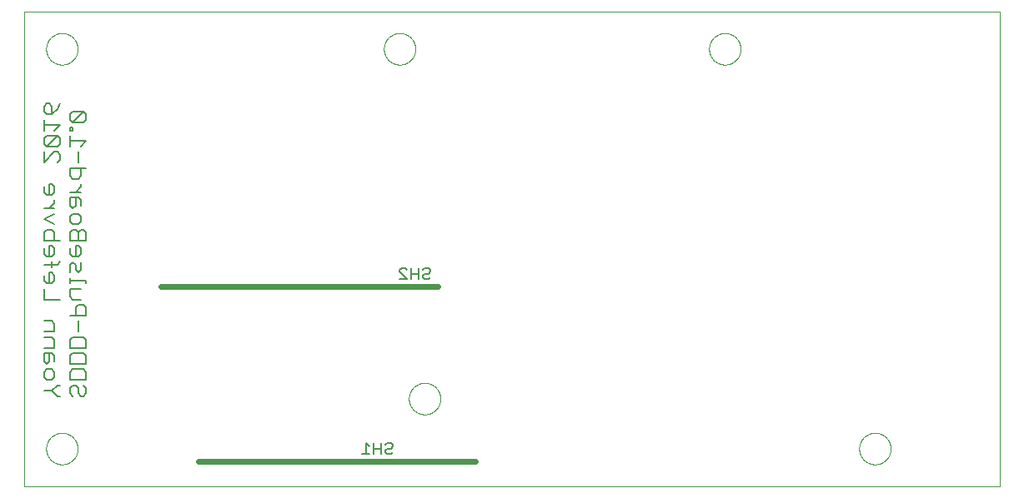
<source format=gbo>
G75*
%MOIN*%
%OFA0B0*%
%FSLAX25Y25*%
%IPPOS*%
%LPD*%
%AMOC8*
5,1,8,0,0,1.08239X$1,22.5*
%
%ADD10C,0.00000*%
%ADD11C,0.00600*%
%ADD12C,0.02400*%
%ADD13C,0.00500*%
D10*
X0003000Y0003000D02*
X0003000Y0193000D01*
X0393000Y0193000D01*
X0393000Y0003000D01*
X0003000Y0003000D01*
X0011701Y0018000D02*
X0011703Y0018158D01*
X0011709Y0018316D01*
X0011719Y0018474D01*
X0011733Y0018632D01*
X0011751Y0018789D01*
X0011772Y0018946D01*
X0011798Y0019102D01*
X0011828Y0019258D01*
X0011861Y0019413D01*
X0011899Y0019566D01*
X0011940Y0019719D01*
X0011985Y0019871D01*
X0012034Y0020022D01*
X0012087Y0020171D01*
X0012143Y0020319D01*
X0012203Y0020465D01*
X0012267Y0020610D01*
X0012335Y0020753D01*
X0012406Y0020895D01*
X0012480Y0021035D01*
X0012558Y0021172D01*
X0012640Y0021308D01*
X0012724Y0021442D01*
X0012813Y0021573D01*
X0012904Y0021702D01*
X0012999Y0021829D01*
X0013096Y0021954D01*
X0013197Y0022076D01*
X0013301Y0022195D01*
X0013408Y0022312D01*
X0013518Y0022426D01*
X0013631Y0022537D01*
X0013746Y0022646D01*
X0013864Y0022751D01*
X0013985Y0022853D01*
X0014108Y0022953D01*
X0014234Y0023049D01*
X0014362Y0023142D01*
X0014492Y0023232D01*
X0014625Y0023318D01*
X0014760Y0023402D01*
X0014896Y0023481D01*
X0015035Y0023558D01*
X0015176Y0023630D01*
X0015318Y0023700D01*
X0015462Y0023765D01*
X0015608Y0023827D01*
X0015755Y0023885D01*
X0015904Y0023940D01*
X0016054Y0023991D01*
X0016205Y0024038D01*
X0016357Y0024081D01*
X0016510Y0024120D01*
X0016665Y0024156D01*
X0016820Y0024187D01*
X0016976Y0024215D01*
X0017132Y0024239D01*
X0017289Y0024259D01*
X0017447Y0024275D01*
X0017604Y0024287D01*
X0017763Y0024295D01*
X0017921Y0024299D01*
X0018079Y0024299D01*
X0018237Y0024295D01*
X0018396Y0024287D01*
X0018553Y0024275D01*
X0018711Y0024259D01*
X0018868Y0024239D01*
X0019024Y0024215D01*
X0019180Y0024187D01*
X0019335Y0024156D01*
X0019490Y0024120D01*
X0019643Y0024081D01*
X0019795Y0024038D01*
X0019946Y0023991D01*
X0020096Y0023940D01*
X0020245Y0023885D01*
X0020392Y0023827D01*
X0020538Y0023765D01*
X0020682Y0023700D01*
X0020824Y0023630D01*
X0020965Y0023558D01*
X0021104Y0023481D01*
X0021240Y0023402D01*
X0021375Y0023318D01*
X0021508Y0023232D01*
X0021638Y0023142D01*
X0021766Y0023049D01*
X0021892Y0022953D01*
X0022015Y0022853D01*
X0022136Y0022751D01*
X0022254Y0022646D01*
X0022369Y0022537D01*
X0022482Y0022426D01*
X0022592Y0022312D01*
X0022699Y0022195D01*
X0022803Y0022076D01*
X0022904Y0021954D01*
X0023001Y0021829D01*
X0023096Y0021702D01*
X0023187Y0021573D01*
X0023276Y0021442D01*
X0023360Y0021308D01*
X0023442Y0021172D01*
X0023520Y0021035D01*
X0023594Y0020895D01*
X0023665Y0020753D01*
X0023733Y0020610D01*
X0023797Y0020465D01*
X0023857Y0020319D01*
X0023913Y0020171D01*
X0023966Y0020022D01*
X0024015Y0019871D01*
X0024060Y0019719D01*
X0024101Y0019566D01*
X0024139Y0019413D01*
X0024172Y0019258D01*
X0024202Y0019102D01*
X0024228Y0018946D01*
X0024249Y0018789D01*
X0024267Y0018632D01*
X0024281Y0018474D01*
X0024291Y0018316D01*
X0024297Y0018158D01*
X0024299Y0018000D01*
X0024297Y0017842D01*
X0024291Y0017684D01*
X0024281Y0017526D01*
X0024267Y0017368D01*
X0024249Y0017211D01*
X0024228Y0017054D01*
X0024202Y0016898D01*
X0024172Y0016742D01*
X0024139Y0016587D01*
X0024101Y0016434D01*
X0024060Y0016281D01*
X0024015Y0016129D01*
X0023966Y0015978D01*
X0023913Y0015829D01*
X0023857Y0015681D01*
X0023797Y0015535D01*
X0023733Y0015390D01*
X0023665Y0015247D01*
X0023594Y0015105D01*
X0023520Y0014965D01*
X0023442Y0014828D01*
X0023360Y0014692D01*
X0023276Y0014558D01*
X0023187Y0014427D01*
X0023096Y0014298D01*
X0023001Y0014171D01*
X0022904Y0014046D01*
X0022803Y0013924D01*
X0022699Y0013805D01*
X0022592Y0013688D01*
X0022482Y0013574D01*
X0022369Y0013463D01*
X0022254Y0013354D01*
X0022136Y0013249D01*
X0022015Y0013147D01*
X0021892Y0013047D01*
X0021766Y0012951D01*
X0021638Y0012858D01*
X0021508Y0012768D01*
X0021375Y0012682D01*
X0021240Y0012598D01*
X0021104Y0012519D01*
X0020965Y0012442D01*
X0020824Y0012370D01*
X0020682Y0012300D01*
X0020538Y0012235D01*
X0020392Y0012173D01*
X0020245Y0012115D01*
X0020096Y0012060D01*
X0019946Y0012009D01*
X0019795Y0011962D01*
X0019643Y0011919D01*
X0019490Y0011880D01*
X0019335Y0011844D01*
X0019180Y0011813D01*
X0019024Y0011785D01*
X0018868Y0011761D01*
X0018711Y0011741D01*
X0018553Y0011725D01*
X0018396Y0011713D01*
X0018237Y0011705D01*
X0018079Y0011701D01*
X0017921Y0011701D01*
X0017763Y0011705D01*
X0017604Y0011713D01*
X0017447Y0011725D01*
X0017289Y0011741D01*
X0017132Y0011761D01*
X0016976Y0011785D01*
X0016820Y0011813D01*
X0016665Y0011844D01*
X0016510Y0011880D01*
X0016357Y0011919D01*
X0016205Y0011962D01*
X0016054Y0012009D01*
X0015904Y0012060D01*
X0015755Y0012115D01*
X0015608Y0012173D01*
X0015462Y0012235D01*
X0015318Y0012300D01*
X0015176Y0012370D01*
X0015035Y0012442D01*
X0014896Y0012519D01*
X0014760Y0012598D01*
X0014625Y0012682D01*
X0014492Y0012768D01*
X0014362Y0012858D01*
X0014234Y0012951D01*
X0014108Y0013047D01*
X0013985Y0013147D01*
X0013864Y0013249D01*
X0013746Y0013354D01*
X0013631Y0013463D01*
X0013518Y0013574D01*
X0013408Y0013688D01*
X0013301Y0013805D01*
X0013197Y0013924D01*
X0013096Y0014046D01*
X0012999Y0014171D01*
X0012904Y0014298D01*
X0012813Y0014427D01*
X0012724Y0014558D01*
X0012640Y0014692D01*
X0012558Y0014828D01*
X0012480Y0014965D01*
X0012406Y0015105D01*
X0012335Y0015247D01*
X0012267Y0015390D01*
X0012203Y0015535D01*
X0012143Y0015681D01*
X0012087Y0015829D01*
X0012034Y0015978D01*
X0011985Y0016129D01*
X0011940Y0016281D01*
X0011899Y0016434D01*
X0011861Y0016587D01*
X0011828Y0016742D01*
X0011798Y0016898D01*
X0011772Y0017054D01*
X0011751Y0017211D01*
X0011733Y0017368D01*
X0011719Y0017526D01*
X0011709Y0017684D01*
X0011703Y0017842D01*
X0011701Y0018000D01*
X0156701Y0038000D02*
X0156703Y0038158D01*
X0156709Y0038316D01*
X0156719Y0038474D01*
X0156733Y0038632D01*
X0156751Y0038789D01*
X0156772Y0038946D01*
X0156798Y0039102D01*
X0156828Y0039258D01*
X0156861Y0039413D01*
X0156899Y0039566D01*
X0156940Y0039719D01*
X0156985Y0039871D01*
X0157034Y0040022D01*
X0157087Y0040171D01*
X0157143Y0040319D01*
X0157203Y0040465D01*
X0157267Y0040610D01*
X0157335Y0040753D01*
X0157406Y0040895D01*
X0157480Y0041035D01*
X0157558Y0041172D01*
X0157640Y0041308D01*
X0157724Y0041442D01*
X0157813Y0041573D01*
X0157904Y0041702D01*
X0157999Y0041829D01*
X0158096Y0041954D01*
X0158197Y0042076D01*
X0158301Y0042195D01*
X0158408Y0042312D01*
X0158518Y0042426D01*
X0158631Y0042537D01*
X0158746Y0042646D01*
X0158864Y0042751D01*
X0158985Y0042853D01*
X0159108Y0042953D01*
X0159234Y0043049D01*
X0159362Y0043142D01*
X0159492Y0043232D01*
X0159625Y0043318D01*
X0159760Y0043402D01*
X0159896Y0043481D01*
X0160035Y0043558D01*
X0160176Y0043630D01*
X0160318Y0043700D01*
X0160462Y0043765D01*
X0160608Y0043827D01*
X0160755Y0043885D01*
X0160904Y0043940D01*
X0161054Y0043991D01*
X0161205Y0044038D01*
X0161357Y0044081D01*
X0161510Y0044120D01*
X0161665Y0044156D01*
X0161820Y0044187D01*
X0161976Y0044215D01*
X0162132Y0044239D01*
X0162289Y0044259D01*
X0162447Y0044275D01*
X0162604Y0044287D01*
X0162763Y0044295D01*
X0162921Y0044299D01*
X0163079Y0044299D01*
X0163237Y0044295D01*
X0163396Y0044287D01*
X0163553Y0044275D01*
X0163711Y0044259D01*
X0163868Y0044239D01*
X0164024Y0044215D01*
X0164180Y0044187D01*
X0164335Y0044156D01*
X0164490Y0044120D01*
X0164643Y0044081D01*
X0164795Y0044038D01*
X0164946Y0043991D01*
X0165096Y0043940D01*
X0165245Y0043885D01*
X0165392Y0043827D01*
X0165538Y0043765D01*
X0165682Y0043700D01*
X0165824Y0043630D01*
X0165965Y0043558D01*
X0166104Y0043481D01*
X0166240Y0043402D01*
X0166375Y0043318D01*
X0166508Y0043232D01*
X0166638Y0043142D01*
X0166766Y0043049D01*
X0166892Y0042953D01*
X0167015Y0042853D01*
X0167136Y0042751D01*
X0167254Y0042646D01*
X0167369Y0042537D01*
X0167482Y0042426D01*
X0167592Y0042312D01*
X0167699Y0042195D01*
X0167803Y0042076D01*
X0167904Y0041954D01*
X0168001Y0041829D01*
X0168096Y0041702D01*
X0168187Y0041573D01*
X0168276Y0041442D01*
X0168360Y0041308D01*
X0168442Y0041172D01*
X0168520Y0041035D01*
X0168594Y0040895D01*
X0168665Y0040753D01*
X0168733Y0040610D01*
X0168797Y0040465D01*
X0168857Y0040319D01*
X0168913Y0040171D01*
X0168966Y0040022D01*
X0169015Y0039871D01*
X0169060Y0039719D01*
X0169101Y0039566D01*
X0169139Y0039413D01*
X0169172Y0039258D01*
X0169202Y0039102D01*
X0169228Y0038946D01*
X0169249Y0038789D01*
X0169267Y0038632D01*
X0169281Y0038474D01*
X0169291Y0038316D01*
X0169297Y0038158D01*
X0169299Y0038000D01*
X0169297Y0037842D01*
X0169291Y0037684D01*
X0169281Y0037526D01*
X0169267Y0037368D01*
X0169249Y0037211D01*
X0169228Y0037054D01*
X0169202Y0036898D01*
X0169172Y0036742D01*
X0169139Y0036587D01*
X0169101Y0036434D01*
X0169060Y0036281D01*
X0169015Y0036129D01*
X0168966Y0035978D01*
X0168913Y0035829D01*
X0168857Y0035681D01*
X0168797Y0035535D01*
X0168733Y0035390D01*
X0168665Y0035247D01*
X0168594Y0035105D01*
X0168520Y0034965D01*
X0168442Y0034828D01*
X0168360Y0034692D01*
X0168276Y0034558D01*
X0168187Y0034427D01*
X0168096Y0034298D01*
X0168001Y0034171D01*
X0167904Y0034046D01*
X0167803Y0033924D01*
X0167699Y0033805D01*
X0167592Y0033688D01*
X0167482Y0033574D01*
X0167369Y0033463D01*
X0167254Y0033354D01*
X0167136Y0033249D01*
X0167015Y0033147D01*
X0166892Y0033047D01*
X0166766Y0032951D01*
X0166638Y0032858D01*
X0166508Y0032768D01*
X0166375Y0032682D01*
X0166240Y0032598D01*
X0166104Y0032519D01*
X0165965Y0032442D01*
X0165824Y0032370D01*
X0165682Y0032300D01*
X0165538Y0032235D01*
X0165392Y0032173D01*
X0165245Y0032115D01*
X0165096Y0032060D01*
X0164946Y0032009D01*
X0164795Y0031962D01*
X0164643Y0031919D01*
X0164490Y0031880D01*
X0164335Y0031844D01*
X0164180Y0031813D01*
X0164024Y0031785D01*
X0163868Y0031761D01*
X0163711Y0031741D01*
X0163553Y0031725D01*
X0163396Y0031713D01*
X0163237Y0031705D01*
X0163079Y0031701D01*
X0162921Y0031701D01*
X0162763Y0031705D01*
X0162604Y0031713D01*
X0162447Y0031725D01*
X0162289Y0031741D01*
X0162132Y0031761D01*
X0161976Y0031785D01*
X0161820Y0031813D01*
X0161665Y0031844D01*
X0161510Y0031880D01*
X0161357Y0031919D01*
X0161205Y0031962D01*
X0161054Y0032009D01*
X0160904Y0032060D01*
X0160755Y0032115D01*
X0160608Y0032173D01*
X0160462Y0032235D01*
X0160318Y0032300D01*
X0160176Y0032370D01*
X0160035Y0032442D01*
X0159896Y0032519D01*
X0159760Y0032598D01*
X0159625Y0032682D01*
X0159492Y0032768D01*
X0159362Y0032858D01*
X0159234Y0032951D01*
X0159108Y0033047D01*
X0158985Y0033147D01*
X0158864Y0033249D01*
X0158746Y0033354D01*
X0158631Y0033463D01*
X0158518Y0033574D01*
X0158408Y0033688D01*
X0158301Y0033805D01*
X0158197Y0033924D01*
X0158096Y0034046D01*
X0157999Y0034171D01*
X0157904Y0034298D01*
X0157813Y0034427D01*
X0157724Y0034558D01*
X0157640Y0034692D01*
X0157558Y0034828D01*
X0157480Y0034965D01*
X0157406Y0035105D01*
X0157335Y0035247D01*
X0157267Y0035390D01*
X0157203Y0035535D01*
X0157143Y0035681D01*
X0157087Y0035829D01*
X0157034Y0035978D01*
X0156985Y0036129D01*
X0156940Y0036281D01*
X0156899Y0036434D01*
X0156861Y0036587D01*
X0156828Y0036742D01*
X0156798Y0036898D01*
X0156772Y0037054D01*
X0156751Y0037211D01*
X0156733Y0037368D01*
X0156719Y0037526D01*
X0156709Y0037684D01*
X0156703Y0037842D01*
X0156701Y0038000D01*
X0336701Y0018000D02*
X0336703Y0018158D01*
X0336709Y0018316D01*
X0336719Y0018474D01*
X0336733Y0018632D01*
X0336751Y0018789D01*
X0336772Y0018946D01*
X0336798Y0019102D01*
X0336828Y0019258D01*
X0336861Y0019413D01*
X0336899Y0019566D01*
X0336940Y0019719D01*
X0336985Y0019871D01*
X0337034Y0020022D01*
X0337087Y0020171D01*
X0337143Y0020319D01*
X0337203Y0020465D01*
X0337267Y0020610D01*
X0337335Y0020753D01*
X0337406Y0020895D01*
X0337480Y0021035D01*
X0337558Y0021172D01*
X0337640Y0021308D01*
X0337724Y0021442D01*
X0337813Y0021573D01*
X0337904Y0021702D01*
X0337999Y0021829D01*
X0338096Y0021954D01*
X0338197Y0022076D01*
X0338301Y0022195D01*
X0338408Y0022312D01*
X0338518Y0022426D01*
X0338631Y0022537D01*
X0338746Y0022646D01*
X0338864Y0022751D01*
X0338985Y0022853D01*
X0339108Y0022953D01*
X0339234Y0023049D01*
X0339362Y0023142D01*
X0339492Y0023232D01*
X0339625Y0023318D01*
X0339760Y0023402D01*
X0339896Y0023481D01*
X0340035Y0023558D01*
X0340176Y0023630D01*
X0340318Y0023700D01*
X0340462Y0023765D01*
X0340608Y0023827D01*
X0340755Y0023885D01*
X0340904Y0023940D01*
X0341054Y0023991D01*
X0341205Y0024038D01*
X0341357Y0024081D01*
X0341510Y0024120D01*
X0341665Y0024156D01*
X0341820Y0024187D01*
X0341976Y0024215D01*
X0342132Y0024239D01*
X0342289Y0024259D01*
X0342447Y0024275D01*
X0342604Y0024287D01*
X0342763Y0024295D01*
X0342921Y0024299D01*
X0343079Y0024299D01*
X0343237Y0024295D01*
X0343396Y0024287D01*
X0343553Y0024275D01*
X0343711Y0024259D01*
X0343868Y0024239D01*
X0344024Y0024215D01*
X0344180Y0024187D01*
X0344335Y0024156D01*
X0344490Y0024120D01*
X0344643Y0024081D01*
X0344795Y0024038D01*
X0344946Y0023991D01*
X0345096Y0023940D01*
X0345245Y0023885D01*
X0345392Y0023827D01*
X0345538Y0023765D01*
X0345682Y0023700D01*
X0345824Y0023630D01*
X0345965Y0023558D01*
X0346104Y0023481D01*
X0346240Y0023402D01*
X0346375Y0023318D01*
X0346508Y0023232D01*
X0346638Y0023142D01*
X0346766Y0023049D01*
X0346892Y0022953D01*
X0347015Y0022853D01*
X0347136Y0022751D01*
X0347254Y0022646D01*
X0347369Y0022537D01*
X0347482Y0022426D01*
X0347592Y0022312D01*
X0347699Y0022195D01*
X0347803Y0022076D01*
X0347904Y0021954D01*
X0348001Y0021829D01*
X0348096Y0021702D01*
X0348187Y0021573D01*
X0348276Y0021442D01*
X0348360Y0021308D01*
X0348442Y0021172D01*
X0348520Y0021035D01*
X0348594Y0020895D01*
X0348665Y0020753D01*
X0348733Y0020610D01*
X0348797Y0020465D01*
X0348857Y0020319D01*
X0348913Y0020171D01*
X0348966Y0020022D01*
X0349015Y0019871D01*
X0349060Y0019719D01*
X0349101Y0019566D01*
X0349139Y0019413D01*
X0349172Y0019258D01*
X0349202Y0019102D01*
X0349228Y0018946D01*
X0349249Y0018789D01*
X0349267Y0018632D01*
X0349281Y0018474D01*
X0349291Y0018316D01*
X0349297Y0018158D01*
X0349299Y0018000D01*
X0349297Y0017842D01*
X0349291Y0017684D01*
X0349281Y0017526D01*
X0349267Y0017368D01*
X0349249Y0017211D01*
X0349228Y0017054D01*
X0349202Y0016898D01*
X0349172Y0016742D01*
X0349139Y0016587D01*
X0349101Y0016434D01*
X0349060Y0016281D01*
X0349015Y0016129D01*
X0348966Y0015978D01*
X0348913Y0015829D01*
X0348857Y0015681D01*
X0348797Y0015535D01*
X0348733Y0015390D01*
X0348665Y0015247D01*
X0348594Y0015105D01*
X0348520Y0014965D01*
X0348442Y0014828D01*
X0348360Y0014692D01*
X0348276Y0014558D01*
X0348187Y0014427D01*
X0348096Y0014298D01*
X0348001Y0014171D01*
X0347904Y0014046D01*
X0347803Y0013924D01*
X0347699Y0013805D01*
X0347592Y0013688D01*
X0347482Y0013574D01*
X0347369Y0013463D01*
X0347254Y0013354D01*
X0347136Y0013249D01*
X0347015Y0013147D01*
X0346892Y0013047D01*
X0346766Y0012951D01*
X0346638Y0012858D01*
X0346508Y0012768D01*
X0346375Y0012682D01*
X0346240Y0012598D01*
X0346104Y0012519D01*
X0345965Y0012442D01*
X0345824Y0012370D01*
X0345682Y0012300D01*
X0345538Y0012235D01*
X0345392Y0012173D01*
X0345245Y0012115D01*
X0345096Y0012060D01*
X0344946Y0012009D01*
X0344795Y0011962D01*
X0344643Y0011919D01*
X0344490Y0011880D01*
X0344335Y0011844D01*
X0344180Y0011813D01*
X0344024Y0011785D01*
X0343868Y0011761D01*
X0343711Y0011741D01*
X0343553Y0011725D01*
X0343396Y0011713D01*
X0343237Y0011705D01*
X0343079Y0011701D01*
X0342921Y0011701D01*
X0342763Y0011705D01*
X0342604Y0011713D01*
X0342447Y0011725D01*
X0342289Y0011741D01*
X0342132Y0011761D01*
X0341976Y0011785D01*
X0341820Y0011813D01*
X0341665Y0011844D01*
X0341510Y0011880D01*
X0341357Y0011919D01*
X0341205Y0011962D01*
X0341054Y0012009D01*
X0340904Y0012060D01*
X0340755Y0012115D01*
X0340608Y0012173D01*
X0340462Y0012235D01*
X0340318Y0012300D01*
X0340176Y0012370D01*
X0340035Y0012442D01*
X0339896Y0012519D01*
X0339760Y0012598D01*
X0339625Y0012682D01*
X0339492Y0012768D01*
X0339362Y0012858D01*
X0339234Y0012951D01*
X0339108Y0013047D01*
X0338985Y0013147D01*
X0338864Y0013249D01*
X0338746Y0013354D01*
X0338631Y0013463D01*
X0338518Y0013574D01*
X0338408Y0013688D01*
X0338301Y0013805D01*
X0338197Y0013924D01*
X0338096Y0014046D01*
X0337999Y0014171D01*
X0337904Y0014298D01*
X0337813Y0014427D01*
X0337724Y0014558D01*
X0337640Y0014692D01*
X0337558Y0014828D01*
X0337480Y0014965D01*
X0337406Y0015105D01*
X0337335Y0015247D01*
X0337267Y0015390D01*
X0337203Y0015535D01*
X0337143Y0015681D01*
X0337087Y0015829D01*
X0337034Y0015978D01*
X0336985Y0016129D01*
X0336940Y0016281D01*
X0336899Y0016434D01*
X0336861Y0016587D01*
X0336828Y0016742D01*
X0336798Y0016898D01*
X0336772Y0017054D01*
X0336751Y0017211D01*
X0336733Y0017368D01*
X0336719Y0017526D01*
X0336709Y0017684D01*
X0336703Y0017842D01*
X0336701Y0018000D01*
X0276701Y0178000D02*
X0276703Y0178158D01*
X0276709Y0178316D01*
X0276719Y0178474D01*
X0276733Y0178632D01*
X0276751Y0178789D01*
X0276772Y0178946D01*
X0276798Y0179102D01*
X0276828Y0179258D01*
X0276861Y0179413D01*
X0276899Y0179566D01*
X0276940Y0179719D01*
X0276985Y0179871D01*
X0277034Y0180022D01*
X0277087Y0180171D01*
X0277143Y0180319D01*
X0277203Y0180465D01*
X0277267Y0180610D01*
X0277335Y0180753D01*
X0277406Y0180895D01*
X0277480Y0181035D01*
X0277558Y0181172D01*
X0277640Y0181308D01*
X0277724Y0181442D01*
X0277813Y0181573D01*
X0277904Y0181702D01*
X0277999Y0181829D01*
X0278096Y0181954D01*
X0278197Y0182076D01*
X0278301Y0182195D01*
X0278408Y0182312D01*
X0278518Y0182426D01*
X0278631Y0182537D01*
X0278746Y0182646D01*
X0278864Y0182751D01*
X0278985Y0182853D01*
X0279108Y0182953D01*
X0279234Y0183049D01*
X0279362Y0183142D01*
X0279492Y0183232D01*
X0279625Y0183318D01*
X0279760Y0183402D01*
X0279896Y0183481D01*
X0280035Y0183558D01*
X0280176Y0183630D01*
X0280318Y0183700D01*
X0280462Y0183765D01*
X0280608Y0183827D01*
X0280755Y0183885D01*
X0280904Y0183940D01*
X0281054Y0183991D01*
X0281205Y0184038D01*
X0281357Y0184081D01*
X0281510Y0184120D01*
X0281665Y0184156D01*
X0281820Y0184187D01*
X0281976Y0184215D01*
X0282132Y0184239D01*
X0282289Y0184259D01*
X0282447Y0184275D01*
X0282604Y0184287D01*
X0282763Y0184295D01*
X0282921Y0184299D01*
X0283079Y0184299D01*
X0283237Y0184295D01*
X0283396Y0184287D01*
X0283553Y0184275D01*
X0283711Y0184259D01*
X0283868Y0184239D01*
X0284024Y0184215D01*
X0284180Y0184187D01*
X0284335Y0184156D01*
X0284490Y0184120D01*
X0284643Y0184081D01*
X0284795Y0184038D01*
X0284946Y0183991D01*
X0285096Y0183940D01*
X0285245Y0183885D01*
X0285392Y0183827D01*
X0285538Y0183765D01*
X0285682Y0183700D01*
X0285824Y0183630D01*
X0285965Y0183558D01*
X0286104Y0183481D01*
X0286240Y0183402D01*
X0286375Y0183318D01*
X0286508Y0183232D01*
X0286638Y0183142D01*
X0286766Y0183049D01*
X0286892Y0182953D01*
X0287015Y0182853D01*
X0287136Y0182751D01*
X0287254Y0182646D01*
X0287369Y0182537D01*
X0287482Y0182426D01*
X0287592Y0182312D01*
X0287699Y0182195D01*
X0287803Y0182076D01*
X0287904Y0181954D01*
X0288001Y0181829D01*
X0288096Y0181702D01*
X0288187Y0181573D01*
X0288276Y0181442D01*
X0288360Y0181308D01*
X0288442Y0181172D01*
X0288520Y0181035D01*
X0288594Y0180895D01*
X0288665Y0180753D01*
X0288733Y0180610D01*
X0288797Y0180465D01*
X0288857Y0180319D01*
X0288913Y0180171D01*
X0288966Y0180022D01*
X0289015Y0179871D01*
X0289060Y0179719D01*
X0289101Y0179566D01*
X0289139Y0179413D01*
X0289172Y0179258D01*
X0289202Y0179102D01*
X0289228Y0178946D01*
X0289249Y0178789D01*
X0289267Y0178632D01*
X0289281Y0178474D01*
X0289291Y0178316D01*
X0289297Y0178158D01*
X0289299Y0178000D01*
X0289297Y0177842D01*
X0289291Y0177684D01*
X0289281Y0177526D01*
X0289267Y0177368D01*
X0289249Y0177211D01*
X0289228Y0177054D01*
X0289202Y0176898D01*
X0289172Y0176742D01*
X0289139Y0176587D01*
X0289101Y0176434D01*
X0289060Y0176281D01*
X0289015Y0176129D01*
X0288966Y0175978D01*
X0288913Y0175829D01*
X0288857Y0175681D01*
X0288797Y0175535D01*
X0288733Y0175390D01*
X0288665Y0175247D01*
X0288594Y0175105D01*
X0288520Y0174965D01*
X0288442Y0174828D01*
X0288360Y0174692D01*
X0288276Y0174558D01*
X0288187Y0174427D01*
X0288096Y0174298D01*
X0288001Y0174171D01*
X0287904Y0174046D01*
X0287803Y0173924D01*
X0287699Y0173805D01*
X0287592Y0173688D01*
X0287482Y0173574D01*
X0287369Y0173463D01*
X0287254Y0173354D01*
X0287136Y0173249D01*
X0287015Y0173147D01*
X0286892Y0173047D01*
X0286766Y0172951D01*
X0286638Y0172858D01*
X0286508Y0172768D01*
X0286375Y0172682D01*
X0286240Y0172598D01*
X0286104Y0172519D01*
X0285965Y0172442D01*
X0285824Y0172370D01*
X0285682Y0172300D01*
X0285538Y0172235D01*
X0285392Y0172173D01*
X0285245Y0172115D01*
X0285096Y0172060D01*
X0284946Y0172009D01*
X0284795Y0171962D01*
X0284643Y0171919D01*
X0284490Y0171880D01*
X0284335Y0171844D01*
X0284180Y0171813D01*
X0284024Y0171785D01*
X0283868Y0171761D01*
X0283711Y0171741D01*
X0283553Y0171725D01*
X0283396Y0171713D01*
X0283237Y0171705D01*
X0283079Y0171701D01*
X0282921Y0171701D01*
X0282763Y0171705D01*
X0282604Y0171713D01*
X0282447Y0171725D01*
X0282289Y0171741D01*
X0282132Y0171761D01*
X0281976Y0171785D01*
X0281820Y0171813D01*
X0281665Y0171844D01*
X0281510Y0171880D01*
X0281357Y0171919D01*
X0281205Y0171962D01*
X0281054Y0172009D01*
X0280904Y0172060D01*
X0280755Y0172115D01*
X0280608Y0172173D01*
X0280462Y0172235D01*
X0280318Y0172300D01*
X0280176Y0172370D01*
X0280035Y0172442D01*
X0279896Y0172519D01*
X0279760Y0172598D01*
X0279625Y0172682D01*
X0279492Y0172768D01*
X0279362Y0172858D01*
X0279234Y0172951D01*
X0279108Y0173047D01*
X0278985Y0173147D01*
X0278864Y0173249D01*
X0278746Y0173354D01*
X0278631Y0173463D01*
X0278518Y0173574D01*
X0278408Y0173688D01*
X0278301Y0173805D01*
X0278197Y0173924D01*
X0278096Y0174046D01*
X0277999Y0174171D01*
X0277904Y0174298D01*
X0277813Y0174427D01*
X0277724Y0174558D01*
X0277640Y0174692D01*
X0277558Y0174828D01*
X0277480Y0174965D01*
X0277406Y0175105D01*
X0277335Y0175247D01*
X0277267Y0175390D01*
X0277203Y0175535D01*
X0277143Y0175681D01*
X0277087Y0175829D01*
X0277034Y0175978D01*
X0276985Y0176129D01*
X0276940Y0176281D01*
X0276899Y0176434D01*
X0276861Y0176587D01*
X0276828Y0176742D01*
X0276798Y0176898D01*
X0276772Y0177054D01*
X0276751Y0177211D01*
X0276733Y0177368D01*
X0276719Y0177526D01*
X0276709Y0177684D01*
X0276703Y0177842D01*
X0276701Y0178000D01*
X0146701Y0178000D02*
X0146703Y0178158D01*
X0146709Y0178316D01*
X0146719Y0178474D01*
X0146733Y0178632D01*
X0146751Y0178789D01*
X0146772Y0178946D01*
X0146798Y0179102D01*
X0146828Y0179258D01*
X0146861Y0179413D01*
X0146899Y0179566D01*
X0146940Y0179719D01*
X0146985Y0179871D01*
X0147034Y0180022D01*
X0147087Y0180171D01*
X0147143Y0180319D01*
X0147203Y0180465D01*
X0147267Y0180610D01*
X0147335Y0180753D01*
X0147406Y0180895D01*
X0147480Y0181035D01*
X0147558Y0181172D01*
X0147640Y0181308D01*
X0147724Y0181442D01*
X0147813Y0181573D01*
X0147904Y0181702D01*
X0147999Y0181829D01*
X0148096Y0181954D01*
X0148197Y0182076D01*
X0148301Y0182195D01*
X0148408Y0182312D01*
X0148518Y0182426D01*
X0148631Y0182537D01*
X0148746Y0182646D01*
X0148864Y0182751D01*
X0148985Y0182853D01*
X0149108Y0182953D01*
X0149234Y0183049D01*
X0149362Y0183142D01*
X0149492Y0183232D01*
X0149625Y0183318D01*
X0149760Y0183402D01*
X0149896Y0183481D01*
X0150035Y0183558D01*
X0150176Y0183630D01*
X0150318Y0183700D01*
X0150462Y0183765D01*
X0150608Y0183827D01*
X0150755Y0183885D01*
X0150904Y0183940D01*
X0151054Y0183991D01*
X0151205Y0184038D01*
X0151357Y0184081D01*
X0151510Y0184120D01*
X0151665Y0184156D01*
X0151820Y0184187D01*
X0151976Y0184215D01*
X0152132Y0184239D01*
X0152289Y0184259D01*
X0152447Y0184275D01*
X0152604Y0184287D01*
X0152763Y0184295D01*
X0152921Y0184299D01*
X0153079Y0184299D01*
X0153237Y0184295D01*
X0153396Y0184287D01*
X0153553Y0184275D01*
X0153711Y0184259D01*
X0153868Y0184239D01*
X0154024Y0184215D01*
X0154180Y0184187D01*
X0154335Y0184156D01*
X0154490Y0184120D01*
X0154643Y0184081D01*
X0154795Y0184038D01*
X0154946Y0183991D01*
X0155096Y0183940D01*
X0155245Y0183885D01*
X0155392Y0183827D01*
X0155538Y0183765D01*
X0155682Y0183700D01*
X0155824Y0183630D01*
X0155965Y0183558D01*
X0156104Y0183481D01*
X0156240Y0183402D01*
X0156375Y0183318D01*
X0156508Y0183232D01*
X0156638Y0183142D01*
X0156766Y0183049D01*
X0156892Y0182953D01*
X0157015Y0182853D01*
X0157136Y0182751D01*
X0157254Y0182646D01*
X0157369Y0182537D01*
X0157482Y0182426D01*
X0157592Y0182312D01*
X0157699Y0182195D01*
X0157803Y0182076D01*
X0157904Y0181954D01*
X0158001Y0181829D01*
X0158096Y0181702D01*
X0158187Y0181573D01*
X0158276Y0181442D01*
X0158360Y0181308D01*
X0158442Y0181172D01*
X0158520Y0181035D01*
X0158594Y0180895D01*
X0158665Y0180753D01*
X0158733Y0180610D01*
X0158797Y0180465D01*
X0158857Y0180319D01*
X0158913Y0180171D01*
X0158966Y0180022D01*
X0159015Y0179871D01*
X0159060Y0179719D01*
X0159101Y0179566D01*
X0159139Y0179413D01*
X0159172Y0179258D01*
X0159202Y0179102D01*
X0159228Y0178946D01*
X0159249Y0178789D01*
X0159267Y0178632D01*
X0159281Y0178474D01*
X0159291Y0178316D01*
X0159297Y0178158D01*
X0159299Y0178000D01*
X0159297Y0177842D01*
X0159291Y0177684D01*
X0159281Y0177526D01*
X0159267Y0177368D01*
X0159249Y0177211D01*
X0159228Y0177054D01*
X0159202Y0176898D01*
X0159172Y0176742D01*
X0159139Y0176587D01*
X0159101Y0176434D01*
X0159060Y0176281D01*
X0159015Y0176129D01*
X0158966Y0175978D01*
X0158913Y0175829D01*
X0158857Y0175681D01*
X0158797Y0175535D01*
X0158733Y0175390D01*
X0158665Y0175247D01*
X0158594Y0175105D01*
X0158520Y0174965D01*
X0158442Y0174828D01*
X0158360Y0174692D01*
X0158276Y0174558D01*
X0158187Y0174427D01*
X0158096Y0174298D01*
X0158001Y0174171D01*
X0157904Y0174046D01*
X0157803Y0173924D01*
X0157699Y0173805D01*
X0157592Y0173688D01*
X0157482Y0173574D01*
X0157369Y0173463D01*
X0157254Y0173354D01*
X0157136Y0173249D01*
X0157015Y0173147D01*
X0156892Y0173047D01*
X0156766Y0172951D01*
X0156638Y0172858D01*
X0156508Y0172768D01*
X0156375Y0172682D01*
X0156240Y0172598D01*
X0156104Y0172519D01*
X0155965Y0172442D01*
X0155824Y0172370D01*
X0155682Y0172300D01*
X0155538Y0172235D01*
X0155392Y0172173D01*
X0155245Y0172115D01*
X0155096Y0172060D01*
X0154946Y0172009D01*
X0154795Y0171962D01*
X0154643Y0171919D01*
X0154490Y0171880D01*
X0154335Y0171844D01*
X0154180Y0171813D01*
X0154024Y0171785D01*
X0153868Y0171761D01*
X0153711Y0171741D01*
X0153553Y0171725D01*
X0153396Y0171713D01*
X0153237Y0171705D01*
X0153079Y0171701D01*
X0152921Y0171701D01*
X0152763Y0171705D01*
X0152604Y0171713D01*
X0152447Y0171725D01*
X0152289Y0171741D01*
X0152132Y0171761D01*
X0151976Y0171785D01*
X0151820Y0171813D01*
X0151665Y0171844D01*
X0151510Y0171880D01*
X0151357Y0171919D01*
X0151205Y0171962D01*
X0151054Y0172009D01*
X0150904Y0172060D01*
X0150755Y0172115D01*
X0150608Y0172173D01*
X0150462Y0172235D01*
X0150318Y0172300D01*
X0150176Y0172370D01*
X0150035Y0172442D01*
X0149896Y0172519D01*
X0149760Y0172598D01*
X0149625Y0172682D01*
X0149492Y0172768D01*
X0149362Y0172858D01*
X0149234Y0172951D01*
X0149108Y0173047D01*
X0148985Y0173147D01*
X0148864Y0173249D01*
X0148746Y0173354D01*
X0148631Y0173463D01*
X0148518Y0173574D01*
X0148408Y0173688D01*
X0148301Y0173805D01*
X0148197Y0173924D01*
X0148096Y0174046D01*
X0147999Y0174171D01*
X0147904Y0174298D01*
X0147813Y0174427D01*
X0147724Y0174558D01*
X0147640Y0174692D01*
X0147558Y0174828D01*
X0147480Y0174965D01*
X0147406Y0175105D01*
X0147335Y0175247D01*
X0147267Y0175390D01*
X0147203Y0175535D01*
X0147143Y0175681D01*
X0147087Y0175829D01*
X0147034Y0175978D01*
X0146985Y0176129D01*
X0146940Y0176281D01*
X0146899Y0176434D01*
X0146861Y0176587D01*
X0146828Y0176742D01*
X0146798Y0176898D01*
X0146772Y0177054D01*
X0146751Y0177211D01*
X0146733Y0177368D01*
X0146719Y0177526D01*
X0146709Y0177684D01*
X0146703Y0177842D01*
X0146701Y0178000D01*
X0011701Y0178000D02*
X0011703Y0178158D01*
X0011709Y0178316D01*
X0011719Y0178474D01*
X0011733Y0178632D01*
X0011751Y0178789D01*
X0011772Y0178946D01*
X0011798Y0179102D01*
X0011828Y0179258D01*
X0011861Y0179413D01*
X0011899Y0179566D01*
X0011940Y0179719D01*
X0011985Y0179871D01*
X0012034Y0180022D01*
X0012087Y0180171D01*
X0012143Y0180319D01*
X0012203Y0180465D01*
X0012267Y0180610D01*
X0012335Y0180753D01*
X0012406Y0180895D01*
X0012480Y0181035D01*
X0012558Y0181172D01*
X0012640Y0181308D01*
X0012724Y0181442D01*
X0012813Y0181573D01*
X0012904Y0181702D01*
X0012999Y0181829D01*
X0013096Y0181954D01*
X0013197Y0182076D01*
X0013301Y0182195D01*
X0013408Y0182312D01*
X0013518Y0182426D01*
X0013631Y0182537D01*
X0013746Y0182646D01*
X0013864Y0182751D01*
X0013985Y0182853D01*
X0014108Y0182953D01*
X0014234Y0183049D01*
X0014362Y0183142D01*
X0014492Y0183232D01*
X0014625Y0183318D01*
X0014760Y0183402D01*
X0014896Y0183481D01*
X0015035Y0183558D01*
X0015176Y0183630D01*
X0015318Y0183700D01*
X0015462Y0183765D01*
X0015608Y0183827D01*
X0015755Y0183885D01*
X0015904Y0183940D01*
X0016054Y0183991D01*
X0016205Y0184038D01*
X0016357Y0184081D01*
X0016510Y0184120D01*
X0016665Y0184156D01*
X0016820Y0184187D01*
X0016976Y0184215D01*
X0017132Y0184239D01*
X0017289Y0184259D01*
X0017447Y0184275D01*
X0017604Y0184287D01*
X0017763Y0184295D01*
X0017921Y0184299D01*
X0018079Y0184299D01*
X0018237Y0184295D01*
X0018396Y0184287D01*
X0018553Y0184275D01*
X0018711Y0184259D01*
X0018868Y0184239D01*
X0019024Y0184215D01*
X0019180Y0184187D01*
X0019335Y0184156D01*
X0019490Y0184120D01*
X0019643Y0184081D01*
X0019795Y0184038D01*
X0019946Y0183991D01*
X0020096Y0183940D01*
X0020245Y0183885D01*
X0020392Y0183827D01*
X0020538Y0183765D01*
X0020682Y0183700D01*
X0020824Y0183630D01*
X0020965Y0183558D01*
X0021104Y0183481D01*
X0021240Y0183402D01*
X0021375Y0183318D01*
X0021508Y0183232D01*
X0021638Y0183142D01*
X0021766Y0183049D01*
X0021892Y0182953D01*
X0022015Y0182853D01*
X0022136Y0182751D01*
X0022254Y0182646D01*
X0022369Y0182537D01*
X0022482Y0182426D01*
X0022592Y0182312D01*
X0022699Y0182195D01*
X0022803Y0182076D01*
X0022904Y0181954D01*
X0023001Y0181829D01*
X0023096Y0181702D01*
X0023187Y0181573D01*
X0023276Y0181442D01*
X0023360Y0181308D01*
X0023442Y0181172D01*
X0023520Y0181035D01*
X0023594Y0180895D01*
X0023665Y0180753D01*
X0023733Y0180610D01*
X0023797Y0180465D01*
X0023857Y0180319D01*
X0023913Y0180171D01*
X0023966Y0180022D01*
X0024015Y0179871D01*
X0024060Y0179719D01*
X0024101Y0179566D01*
X0024139Y0179413D01*
X0024172Y0179258D01*
X0024202Y0179102D01*
X0024228Y0178946D01*
X0024249Y0178789D01*
X0024267Y0178632D01*
X0024281Y0178474D01*
X0024291Y0178316D01*
X0024297Y0178158D01*
X0024299Y0178000D01*
X0024297Y0177842D01*
X0024291Y0177684D01*
X0024281Y0177526D01*
X0024267Y0177368D01*
X0024249Y0177211D01*
X0024228Y0177054D01*
X0024202Y0176898D01*
X0024172Y0176742D01*
X0024139Y0176587D01*
X0024101Y0176434D01*
X0024060Y0176281D01*
X0024015Y0176129D01*
X0023966Y0175978D01*
X0023913Y0175829D01*
X0023857Y0175681D01*
X0023797Y0175535D01*
X0023733Y0175390D01*
X0023665Y0175247D01*
X0023594Y0175105D01*
X0023520Y0174965D01*
X0023442Y0174828D01*
X0023360Y0174692D01*
X0023276Y0174558D01*
X0023187Y0174427D01*
X0023096Y0174298D01*
X0023001Y0174171D01*
X0022904Y0174046D01*
X0022803Y0173924D01*
X0022699Y0173805D01*
X0022592Y0173688D01*
X0022482Y0173574D01*
X0022369Y0173463D01*
X0022254Y0173354D01*
X0022136Y0173249D01*
X0022015Y0173147D01*
X0021892Y0173047D01*
X0021766Y0172951D01*
X0021638Y0172858D01*
X0021508Y0172768D01*
X0021375Y0172682D01*
X0021240Y0172598D01*
X0021104Y0172519D01*
X0020965Y0172442D01*
X0020824Y0172370D01*
X0020682Y0172300D01*
X0020538Y0172235D01*
X0020392Y0172173D01*
X0020245Y0172115D01*
X0020096Y0172060D01*
X0019946Y0172009D01*
X0019795Y0171962D01*
X0019643Y0171919D01*
X0019490Y0171880D01*
X0019335Y0171844D01*
X0019180Y0171813D01*
X0019024Y0171785D01*
X0018868Y0171761D01*
X0018711Y0171741D01*
X0018553Y0171725D01*
X0018396Y0171713D01*
X0018237Y0171705D01*
X0018079Y0171701D01*
X0017921Y0171701D01*
X0017763Y0171705D01*
X0017604Y0171713D01*
X0017447Y0171725D01*
X0017289Y0171741D01*
X0017132Y0171761D01*
X0016976Y0171785D01*
X0016820Y0171813D01*
X0016665Y0171844D01*
X0016510Y0171880D01*
X0016357Y0171919D01*
X0016205Y0171962D01*
X0016054Y0172009D01*
X0015904Y0172060D01*
X0015755Y0172115D01*
X0015608Y0172173D01*
X0015462Y0172235D01*
X0015318Y0172300D01*
X0015176Y0172370D01*
X0015035Y0172442D01*
X0014896Y0172519D01*
X0014760Y0172598D01*
X0014625Y0172682D01*
X0014492Y0172768D01*
X0014362Y0172858D01*
X0014234Y0172951D01*
X0014108Y0173047D01*
X0013985Y0173147D01*
X0013864Y0173249D01*
X0013746Y0173354D01*
X0013631Y0173463D01*
X0013518Y0173574D01*
X0013408Y0173688D01*
X0013301Y0173805D01*
X0013197Y0173924D01*
X0013096Y0174046D01*
X0012999Y0174171D01*
X0012904Y0174298D01*
X0012813Y0174427D01*
X0012724Y0174558D01*
X0012640Y0174692D01*
X0012558Y0174828D01*
X0012480Y0174965D01*
X0012406Y0175105D01*
X0012335Y0175247D01*
X0012267Y0175390D01*
X0012203Y0175535D01*
X0012143Y0175681D01*
X0012087Y0175829D01*
X0012034Y0175978D01*
X0011985Y0176129D01*
X0011940Y0176281D01*
X0011899Y0176434D01*
X0011861Y0176587D01*
X0011828Y0176742D01*
X0011798Y0176898D01*
X0011772Y0177054D01*
X0011751Y0177211D01*
X0011733Y0177368D01*
X0011719Y0177526D01*
X0011709Y0177684D01*
X0011703Y0177842D01*
X0011701Y0178000D01*
D11*
X0011868Y0156125D02*
X0012935Y0156125D01*
X0014003Y0155057D01*
X0014003Y0151854D01*
X0011868Y0151854D01*
X0010800Y0152922D01*
X0010800Y0155057D01*
X0011868Y0156125D01*
X0016138Y0153989D02*
X0014003Y0151854D01*
X0016138Y0153989D02*
X0017205Y0156125D01*
X0021300Y0151834D02*
X0022368Y0152902D01*
X0026638Y0152902D01*
X0022368Y0148632D01*
X0021300Y0149699D01*
X0021300Y0151834D01*
X0026638Y0152902D02*
X0027705Y0151834D01*
X0027705Y0149699D01*
X0026638Y0148632D01*
X0022368Y0148632D01*
X0022368Y0146476D02*
X0021300Y0146476D01*
X0021300Y0145409D01*
X0022368Y0145409D01*
X0022368Y0146476D01*
X0021300Y0143234D02*
X0021300Y0138963D01*
X0021300Y0141098D02*
X0027705Y0141098D01*
X0025570Y0138963D01*
X0024503Y0136788D02*
X0024503Y0132518D01*
X0025570Y0130343D02*
X0025570Y0127140D01*
X0024503Y0126072D01*
X0022368Y0126072D01*
X0021300Y0127140D01*
X0021300Y0130343D01*
X0027705Y0130343D01*
X0017205Y0133585D02*
X0016138Y0132518D01*
X0017205Y0133585D02*
X0017205Y0135721D01*
X0016138Y0136788D01*
X0015070Y0136788D01*
X0010800Y0132518D01*
X0010800Y0136788D01*
X0011868Y0138963D02*
X0016138Y0143234D01*
X0011868Y0143234D01*
X0010800Y0142166D01*
X0010800Y0140031D01*
X0011868Y0138963D01*
X0016138Y0138963D01*
X0017205Y0140031D01*
X0017205Y0142166D01*
X0016138Y0143234D01*
X0015070Y0145409D02*
X0017205Y0147544D01*
X0010800Y0147544D01*
X0010800Y0145409D02*
X0010800Y0149679D01*
X0012935Y0123897D02*
X0012935Y0119627D01*
X0011868Y0119627D02*
X0014003Y0119627D01*
X0015070Y0120694D01*
X0015070Y0122830D01*
X0014003Y0123897D01*
X0012935Y0123897D01*
X0010800Y0122830D02*
X0010800Y0120694D01*
X0011868Y0119627D01*
X0015070Y0117458D02*
X0015070Y0116391D01*
X0012935Y0114256D01*
X0010800Y0114256D02*
X0015070Y0114256D01*
X0015070Y0112080D02*
X0010800Y0109945D01*
X0015070Y0107810D01*
X0014003Y0105635D02*
X0011868Y0105635D01*
X0010800Y0104567D01*
X0010800Y0101365D01*
X0017205Y0101365D01*
X0015070Y0101365D02*
X0015070Y0104567D01*
X0014003Y0105635D01*
X0021300Y0104567D02*
X0021300Y0101365D01*
X0027705Y0101365D01*
X0027705Y0104567D01*
X0026638Y0105635D01*
X0025570Y0105635D01*
X0024503Y0104567D01*
X0024503Y0101365D01*
X0024503Y0099189D02*
X0023435Y0099189D01*
X0023435Y0094919D01*
X0022368Y0094919D02*
X0024503Y0094919D01*
X0025570Y0095987D01*
X0025570Y0098122D01*
X0024503Y0099189D01*
X0021300Y0098122D02*
X0021300Y0095987D01*
X0022368Y0094919D01*
X0022368Y0092744D02*
X0023435Y0091676D01*
X0023435Y0089541D01*
X0024503Y0088474D01*
X0025570Y0089541D01*
X0025570Y0092744D01*
X0022368Y0092744D02*
X0021300Y0091676D01*
X0021300Y0088474D01*
X0021300Y0086312D02*
X0021300Y0084177D01*
X0021300Y0085244D02*
X0027705Y0085244D01*
X0027705Y0084177D01*
X0025570Y0082001D02*
X0021300Y0082001D01*
X0021300Y0078799D01*
X0022368Y0077731D01*
X0025570Y0077731D01*
X0024503Y0075556D02*
X0023435Y0074488D01*
X0023435Y0071286D01*
X0021300Y0071286D02*
X0027705Y0071286D01*
X0027705Y0074488D01*
X0026638Y0075556D01*
X0024503Y0075556D01*
X0017205Y0077731D02*
X0010800Y0077731D01*
X0010800Y0082001D01*
X0011868Y0084177D02*
X0014003Y0084177D01*
X0015070Y0085244D01*
X0015070Y0087379D01*
X0014003Y0088447D01*
X0012935Y0088447D01*
X0012935Y0084177D01*
X0011868Y0084177D02*
X0010800Y0085244D01*
X0010800Y0087379D01*
X0010800Y0091690D02*
X0016138Y0091690D01*
X0017205Y0092757D01*
X0014003Y0092757D02*
X0014003Y0090622D01*
X0014003Y0094919D02*
X0011868Y0094919D01*
X0010800Y0095987D01*
X0010800Y0098122D01*
X0012935Y0099189D02*
X0012935Y0094919D01*
X0014003Y0094919D02*
X0015070Y0095987D01*
X0015070Y0098122D01*
X0014003Y0099189D01*
X0012935Y0099189D01*
X0021300Y0104567D02*
X0022368Y0105635D01*
X0023435Y0105635D01*
X0024503Y0104567D01*
X0024503Y0107810D02*
X0022368Y0107810D01*
X0021300Y0108878D01*
X0021300Y0111013D01*
X0022368Y0112080D01*
X0024503Y0112080D01*
X0025570Y0111013D01*
X0025570Y0108878D01*
X0024503Y0107810D01*
X0022368Y0114256D02*
X0023435Y0115323D01*
X0023435Y0118526D01*
X0024503Y0118526D02*
X0021300Y0118526D01*
X0021300Y0115323D01*
X0022368Y0114256D01*
X0025570Y0115323D02*
X0025570Y0117458D01*
X0024503Y0118526D01*
X0025570Y0120701D02*
X0021300Y0120701D01*
X0023435Y0120701D02*
X0025570Y0122836D01*
X0025570Y0123904D01*
X0024503Y0069110D02*
X0024503Y0064840D01*
X0022368Y0062665D02*
X0026638Y0062665D01*
X0027705Y0061597D01*
X0027705Y0058395D01*
X0021300Y0058395D01*
X0021300Y0061597D01*
X0022368Y0062665D01*
X0015070Y0061597D02*
X0015070Y0058395D01*
X0010800Y0058395D01*
X0010800Y0056219D02*
X0010800Y0053017D01*
X0011868Y0051949D01*
X0012935Y0053017D01*
X0012935Y0056219D01*
X0014003Y0056219D02*
X0010800Y0056219D01*
X0014003Y0056219D02*
X0015070Y0055152D01*
X0015070Y0053017D01*
X0014003Y0049774D02*
X0011868Y0049774D01*
X0010800Y0048706D01*
X0010800Y0046571D01*
X0011868Y0045504D01*
X0014003Y0045504D01*
X0015070Y0046571D01*
X0015070Y0048706D01*
X0014003Y0049774D01*
X0021300Y0048706D02*
X0021300Y0045504D01*
X0027705Y0045504D01*
X0027705Y0048706D01*
X0026638Y0049774D01*
X0022368Y0049774D01*
X0021300Y0048706D01*
X0021300Y0051949D02*
X0021300Y0055152D01*
X0022368Y0056219D01*
X0026638Y0056219D01*
X0027705Y0055152D01*
X0027705Y0051949D01*
X0021300Y0051949D01*
X0022368Y0043328D02*
X0021300Y0042261D01*
X0021300Y0040126D01*
X0022368Y0039058D01*
X0024503Y0040126D02*
X0024503Y0042261D01*
X0023435Y0043328D01*
X0022368Y0043328D01*
X0026638Y0043328D02*
X0027705Y0042261D01*
X0027705Y0040126D01*
X0026638Y0039058D01*
X0025570Y0039058D01*
X0024503Y0040126D01*
X0017205Y0039058D02*
X0016138Y0039058D01*
X0014003Y0041193D01*
X0010800Y0041193D01*
X0014003Y0041193D02*
X0016138Y0043328D01*
X0017205Y0043328D01*
X0015070Y0061597D02*
X0014003Y0062665D01*
X0010800Y0062665D01*
X0010800Y0064840D02*
X0015070Y0064840D01*
X0015070Y0068043D01*
X0014003Y0069110D01*
X0010800Y0069110D01*
D12*
X0057700Y0083000D02*
X0168300Y0083000D01*
X0183300Y0013000D02*
X0072700Y0013000D01*
D13*
X0138040Y0015750D02*
X0141042Y0015750D01*
X0139541Y0015750D02*
X0139541Y0020254D01*
X0141042Y0018753D01*
X0142644Y0018002D02*
X0145646Y0018002D01*
X0147247Y0017251D02*
X0147247Y0016501D01*
X0147998Y0015750D01*
X0149499Y0015750D01*
X0150250Y0016501D01*
X0149499Y0018002D02*
X0147998Y0018002D01*
X0147247Y0017251D01*
X0145646Y0015750D02*
X0145646Y0020254D01*
X0147247Y0019503D02*
X0147998Y0020254D01*
X0149499Y0020254D01*
X0150250Y0019503D01*
X0150250Y0018753D01*
X0149499Y0018002D01*
X0142644Y0020254D02*
X0142644Y0015750D01*
X0153040Y0085750D02*
X0156042Y0085750D01*
X0153040Y0088753D01*
X0153040Y0089503D01*
X0153790Y0090254D01*
X0155292Y0090254D01*
X0156042Y0089503D01*
X0157644Y0090254D02*
X0157644Y0085750D01*
X0157644Y0088002D02*
X0160646Y0088002D01*
X0162247Y0087251D02*
X0162247Y0086501D01*
X0162998Y0085750D01*
X0164499Y0085750D01*
X0165250Y0086501D01*
X0164499Y0088002D02*
X0162998Y0088002D01*
X0162247Y0087251D01*
X0160646Y0085750D02*
X0160646Y0090254D01*
X0162247Y0089503D02*
X0162998Y0090254D01*
X0164499Y0090254D01*
X0165250Y0089503D01*
X0165250Y0088753D01*
X0164499Y0088002D01*
M02*

</source>
